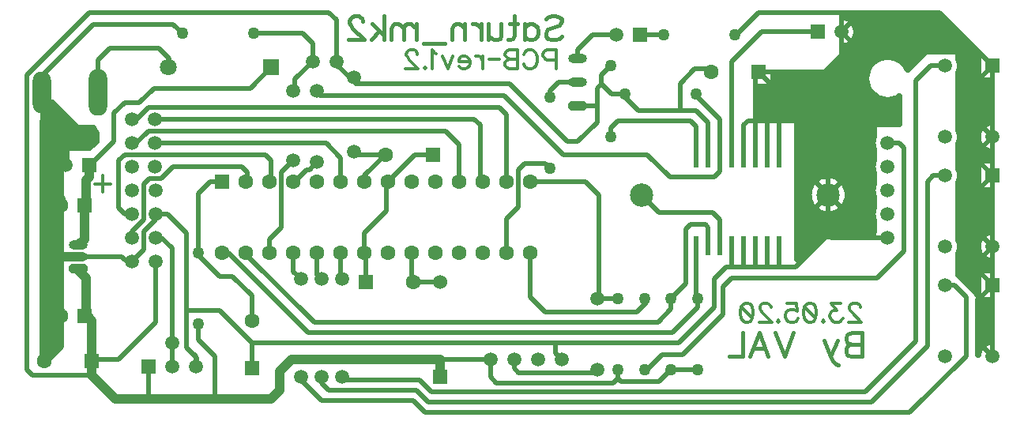
<source format=gbr>
G04 DipTrace 3.3.1.3*
G04 Bottom.gbr*
%MOIN*%
G04 #@! TF.FileFunction,Copper,L2,Bot*
G04 #@! TF.Part,Single*
%AMOUTLINE0*
4,1,8,
-0.029528,0.019685,
-0.03937,0.009843,
-0.03937,-0.009843,
-0.029528,-0.019685,
0.029528,-0.019685,
0.03937,-0.009843,
0.03937,0.009843,
0.029528,0.019685,
-0.029528,0.019685,
0*%
G04 #@! TA.AperFunction,Conductor*
%ADD13C,0.03937*%
G04 #@! TA.AperFunction,CopperBalancing*
%ADD14C,0.019685*%
%ADD15C,0.025*%
G04 #@! TA.AperFunction,ComponentPad*
%ADD16C,0.062992*%
%ADD17R,0.062992X0.062992*%
%ADD18R,0.070866X0.070866*%
%ADD19C,0.070866*%
%ADD20C,0.059055*%
%ADD21R,0.059055X0.059055*%
%ADD22O,0.07874X0.19685*%
%ADD23O,0.07874X0.177165*%
%ADD24O,0.177165X0.07874*%
%ADD25R,0.06X0.06*%
%ADD26C,0.06*%
%ADD27C,0.059055*%
%ADD28C,0.098425*%
%ADD29O,0.07874X0.03937*%
%ADD30C,0.05*%
%ADD31C,0.05*%
%ADD32R,0.023622X0.07874*%
%ADD76C,0.015439*%
%ADD77C,0.012351*%
G04 #@! TA.AperFunction,ComponentPad*
%ADD79OUTLINE0*%
%FSLAX26Y26*%
G04*
G70*
G90*
G75*
G01*
G04 Bottom*
%LPD*%
X693701Y1474951D2*
D13*
Y1424951D1*
X681201Y1412451D1*
Y1312451D1*
X674951Y1306201D1*
X649950Y1137451D2*
X674951Y1162453D1*
Y1306201D1*
X693701Y1474951D2*
D14*
X699951D1*
X799951Y1574951D1*
Y1693701D1*
X843701Y1737450D1*
X906201D1*
X968701Y1799951D1*
X1374950D1*
X1462450Y1887450D1*
X3456202Y1506201D2*
Y1643701D1*
X3474951Y1662450D1*
X3506201D1*
X3556201D1*
X3606202D1*
Y1506201D1*
X3556202D2*
X3556201Y1662450D1*
X3506202Y1506201D2*
X3506201Y1662450D1*
X3606202Y1136122D2*
Y1043701D1*
X3674950D1*
X3812352Y1181102D1*
Y1349951D1*
X3456202Y1136122D2*
Y1043701D1*
X3556202D1*
X3606202D1*
X3556202Y1136122D2*
Y1124951D1*
X4062470Y1168701D2*
X3824753D1*
X3812352Y1181102D1*
X3868701Y2037450D2*
Y1937450D1*
X3799951Y1868701D1*
X3506201D1*
Y1662450D1*
X3812352Y1349951D2*
Y1575050D1*
X3724951Y1662450D1*
X3606202D1*
X3406202Y1136122D2*
Y1043701D1*
X3506202D1*
Y1136122D1*
X974950Y1268701D2*
X1024951D1*
X1106201Y1187451D1*
Y706201D1*
X1149951Y662451D1*
Y624950D1*
X1143701D1*
X874950Y1068701D2*
X924951Y1118702D1*
Y1193701D1*
X974950Y1243699D1*
Y1268701D1*
X1143701Y624950D2*
Y668701D1*
X1106201Y706201D1*
Y862450D1*
X1243702D1*
X1381201Y724951D1*
Y618701D1*
X593701Y1474951D2*
D13*
X568699D1*
Y1331202D1*
X574950D1*
Y1306201D1*
X649950Y1087451D2*
X568699D1*
Y1306201D1*
X574950D1*
Y837451D2*
Y856202D1*
X568699Y862453D1*
Y1087451D1*
X506201Y649951D2*
X568701Y712451D1*
Y837451D1*
X574950D1*
X649950Y1087451D2*
D14*
X831201D1*
X843701Y1074951D1*
X881201D1*
X874950Y1068701D1*
X593701Y1474951D2*
X549950D1*
X499950Y1524950D1*
Y1856201D1*
X712451Y2068701D1*
X1049951D1*
X1087451Y2031201D1*
X3518701Y1868701D2*
X3799951D1*
X1381201Y724951D2*
X2662450D1*
Y681201D1*
X2687450Y656201D1*
X4506201Y668701D2*
Y968701D1*
Y1131201D1*
Y1431201D1*
Y1593701D1*
Y1893701D1*
X2662450Y724951D2*
X3181202D1*
X3331201Y874950D1*
Y993701D1*
X3381201Y1043701D1*
X3406202D1*
X3868701Y2037450D2*
Y2118701D1*
X4281201D1*
X4506201Y1893701D1*
X593701Y1474951D2*
Y1568898D1*
X613091Y1588287D1*
Y1663091D1*
X494980Y1781201D1*
X3418701Y2024950D2*
X3424951D1*
X3518701Y2118701D1*
X3868701D1*
X3556202Y1136122D2*
Y1043701D1*
X3456202Y1136122D2*
D3*
X3406202D2*
D3*
Y1043701D2*
X3456202D1*
X1156201Y806201D2*
Y737450D1*
X1224950Y668701D1*
Y481201D1*
X943701D1*
Y624950D1*
X649950Y1037451D2*
D13*
Y1031203D1*
X681201Y999953D1*
Y837451D1*
X674950D1*
X706201Y649951D2*
Y656201D1*
Y818701D1*
X687450Y837451D1*
X674950D1*
X2174951Y581201D2*
Y656201D1*
X1549950D1*
X1499950Y606201D1*
Y524950D1*
X1462451Y487451D1*
X926764D1*
X806201D1*
X706201Y587451D1*
Y649951D1*
X974950Y1068701D2*
D14*
Y812450D1*
X818701Y656201D1*
X706201D1*
X1856201Y1406201D2*
Y1431201D1*
X1943701Y1518701D1*
X2387450Y656201D2*
X2174951D1*
X1943701Y1518701D2*
X1824950D1*
X1812450Y1531201D1*
X1737450Y1912450D2*
Y1899950D1*
X1793701Y1843701D1*
X1812450D1*
X2387450Y656201D2*
Y581201D1*
X2412450Y556201D1*
X2906201D1*
X2924951Y574950D1*
X2937451Y562450D1*
X3099950D1*
X3149951Y612450D1*
X3262451Y612451D2*
X3149951D1*
Y612450D1*
X2924951D2*
Y574950D1*
X2956201Y1774951D2*
X2899950D1*
X2856201Y1818701D1*
Y1856201D1*
X2893701Y1893701D1*
X3306202Y1506201D2*
Y1656199D1*
X3256201Y1706201D1*
X3187450D1*
Y1818701D1*
X3249950Y1881201D1*
X3318701D1*
Y1868701D1*
X2956201Y1774951D2*
Y1762450D1*
X3012450Y1706201D1*
X3187450D1*
X2856201Y1818701D2*
X2837450Y1799950D1*
Y1724950D1*
Y1656201D1*
X2756201Y1574951D1*
X2712450D1*
X2468701Y1818701D1*
X1818701D1*
Y1849951D1*
X1812450Y1843701D1*
X706201Y649951D2*
Y587451D1*
X456201D1*
X431201Y612451D1*
Y1856201D1*
X693701Y2118701D1*
X1706201D1*
X1737450Y2087451D1*
Y1912450D1*
X943701Y624950D2*
Y504388D1*
X926764Y487451D1*
X2756201Y1724950D2*
X2837450D1*
X1387450Y2031201D2*
X1593701D1*
X1637451Y1987451D1*
Y1912450D1*
X1562450Y1837450D1*
Y1781201D1*
X1549951D1*
X1556201Y1787450D1*
X1456201Y1106201D2*
Y1162450D1*
X1506201Y1212450D1*
Y1443701D1*
X1556201Y1493701D1*
X1756201Y1106201D2*
Y999950D1*
X1762450Y993701D1*
X1762451Y581201D2*
Y568701D1*
X2087450D1*
X2137450Y518701D1*
X3968701D1*
X4181201Y731201D1*
Y1831201D1*
X4243701Y1893701D1*
X4306201D1*
X1656201Y1106201D2*
Y1012451D1*
X1674951Y993701D1*
X1674950Y581201D2*
Y556199D1*
X1706199Y524950D1*
X2074951D1*
X2124950Y474950D1*
X3993701D1*
X4231201Y712451D1*
Y1406201D1*
X4256201Y1431201D1*
X4306201D1*
X1556201Y1106201D2*
Y1024950D1*
X1587450Y993701D1*
Y581201D2*
Y568701D1*
X1674950Y481201D1*
X2062450D1*
X2112450Y431201D1*
X4156201D1*
X4393701Y668701D1*
Y918701D1*
X4343701Y968701D1*
X4306201D1*
X876525Y1668701D2*
X893701D1*
X943701Y1718701D1*
X2424950D1*
X2456201Y1687450D1*
Y1406201D1*
X973375Y1668701D2*
X2318701D1*
X2343701Y1643701D1*
Y1418701D1*
X2356201Y1406201D1*
X876525Y1568701D2*
Y1551525D1*
X943701Y1618701D1*
X2199951D1*
X2256201Y1562451D1*
Y1406201D1*
X973375Y1568701D2*
X1693701D1*
X1756201Y1506201D1*
Y1406201D1*
X1256201D2*
X1206201D1*
X1156201Y1356201D1*
Y1106201D1*
Y1093702D1*
X1243702Y1006201D1*
X1299951D1*
X1381201Y924951D1*
Y818701D1*
X974950Y1168701D2*
X999950D1*
X1043701Y1124950D1*
Y724951D1*
Y624950D1*
Y724951D2*
D3*
X874950Y1168701D2*
Y1193701D1*
X924950Y1243701D1*
Y1393699D1*
X949951Y1418701D1*
X999951D1*
X1049951Y1468701D1*
X1337451D1*
X1362450Y1443702D1*
Y1412450D1*
X1356201Y1406201D1*
X874950Y1268701D2*
X843701D1*
X818701Y1293701D1*
Y1493701D1*
X843701Y1518701D1*
X1437450D1*
X1462450Y1493701D1*
Y1412450D1*
X1456201Y1406201D1*
X3037450Y912450D2*
X3043701D1*
Y893701D1*
X3006201Y856201D1*
X2618701D1*
X2556201Y918701D1*
Y1106201D1*
X3356202Y1136122D2*
Y1243699D1*
X3324950Y1274951D1*
X3099950D1*
X3024950Y1349951D1*
X1556201Y1406201D2*
X1562450D1*
X1612450Y1456201D1*
X1624950D1*
X1656201Y1487451D1*
X3356202Y1506201D2*
Y1668699D1*
X3256201Y1768701D1*
Y1774951D1*
X3356201Y1668701D2*
Y1449950D1*
X3331201Y1424950D1*
X3143701D1*
X3049950Y1518701D1*
X2693701D1*
X2443701Y1768701D1*
X1668701D1*
Y1799950D1*
X1656201Y1787450D1*
X1256201Y1106201D2*
X1281201D1*
X1618701Y768701D1*
X3156201D1*
X3262451Y874950D1*
Y912450D1*
X3256202D1*
Y1136122D1*
X3306202D2*
Y1212450D1*
X3293701Y1224951D1*
X3231202D1*
X3212450Y1206199D1*
Y974949D1*
X3149951Y912450D1*
X1356201Y1106201D2*
Y1099950D1*
X1643701Y812450D1*
X3093702D1*
X3149951Y868699D1*
Y912450D1*
X3768701Y2037450D2*
X3531201D1*
X3406202Y1912451D1*
Y1506201D1*
X3256202D2*
Y1637449D1*
X3231201Y1662450D1*
X2924950D1*
X2893701Y1631201D1*
Y1593701D1*
X2837451Y912450D2*
X2924950D1*
X2924951D1*
X2487450Y656201D2*
Y618702D1*
X2506201Y599951D1*
X2818699D1*
X2831198Y612450D1*
X2837451D1*
X2556201Y1406201D2*
X2787451D1*
X2843701Y1349951D1*
Y912450D1*
X2924951D1*
X2174951Y981201D2*
X2062450D1*
X2056201Y1106201D2*
Y987451D1*
X2062450Y981201D1*
X1956201Y1406201D2*
X2068701Y1518701D1*
X2143701D1*
X1856201Y1106201D2*
Y1187450D1*
X1949951Y1281201D1*
Y1399951D1*
X1956201Y1406201D1*
X1862451Y981201D2*
Y1099951D1*
X1856201Y1106201D1*
X2456201D2*
Y1249950D1*
X2506201Y1299950D1*
Y1456201D1*
X2531201Y1481201D1*
X2618701D1*
X2637450Y1462451D1*
Y1762451D2*
Y1787450D1*
X2674950Y1824950D1*
X2756201D1*
Y1924950D2*
Y1962451D1*
X2818701Y2024950D1*
X2918701D1*
X3037450Y612451D2*
X3049951D1*
X3112451Y674951D1*
X3199951D1*
X3368701Y843701D1*
Y962450D1*
X3406202Y999951D1*
X4018701D1*
X4131201Y1112451D1*
Y1549950D1*
X4112450Y1568701D1*
X4062470D1*
X731201Y1781201D2*
Y1918701D1*
X781201Y1968701D1*
X987450D1*
X1031201Y1924951D1*
Y1891240D1*
X1027412Y1887450D1*
X3018701Y2024950D2*
X3118701D1*
D27*
X1812450Y1531201D3*
Y1843701D3*
X1556201Y1787450D3*
Y1493701D3*
X1656201Y1787450D3*
Y1487451D3*
X1587450Y581201D3*
X1674950D3*
X1762450Y993701D3*
X1587450D3*
X1674951D3*
X1762451Y581201D3*
X2837451Y912450D3*
Y612450D3*
X503904Y1731463D2*
D15*
X532169D1*
X504478Y1706594D2*
X558293D1*
X505052Y1681726D2*
X584416D1*
X505626Y1656857D2*
X603686D1*
X506201Y1631988D2*
X603686D1*
X506811Y1607119D2*
X590911D1*
X507385Y1582251D2*
X584954D1*
X507959Y1557382D2*
X584954D1*
X508533Y1532513D2*
X584954D1*
X531176Y1507644D2*
X584954D1*
X556043Y1482776D2*
X581331D1*
X500647Y1763892D2*
X506080Y1530278D1*
X568689Y1467639D1*
X587470Y1486398D1*
X587587Y1595541D1*
X588358Y1598377D1*
X593958Y1608009D1*
X606214Y1628436D1*
X606201Y1663365D1*
X500656Y1763862D1*
X502469Y1637713D2*
X511415D1*
X502469Y1612844D2*
X528007D1*
X502469Y1587975D2*
X544585D1*
X502469Y1563106D2*
X559728D1*
X502469Y1538238D2*
X558759D1*
X502469Y1513370D2*
X557825D1*
X502469Y1488501D2*
X556857D1*
X502469Y1463631D2*
X555888D1*
X502469Y1438764D2*
X554955D1*
X502469Y1413895D2*
X553987D1*
X502469Y1389026D2*
X555636D1*
X502469Y1364157D2*
X558543D1*
X502469Y1339289D2*
X561486D1*
X502469Y1314420D2*
X564429D1*
X502469Y1289551D2*
X565971D1*
X502469Y1264682D2*
X565433D1*
X502469Y1239812D2*
X564930D1*
X502469Y1214944D2*
X564392D1*
X502469Y1190075D2*
X563854D1*
X502469Y1165206D2*
X563316D1*
X502469Y1140337D2*
X562814D1*
X502469Y1115469D2*
X562276D1*
X502469Y1090600D2*
X561738D1*
X502469Y1065731D2*
X561199D1*
X502469Y1040862D2*
X560697D1*
X502469Y1015993D2*
X560159D1*
X502469Y991125D2*
X559621D1*
X502469Y966256D2*
X559081D1*
X502469Y941387D2*
X558580D1*
X502469Y916518D2*
X558041D1*
X502469Y891650D2*
X557503D1*
X502469Y866781D2*
X556965D1*
X502469Y841912D2*
X556462D1*
X502469Y817043D2*
X555924D1*
X502469Y792175D2*
X555386D1*
X502469Y767306D2*
X554848D1*
X502469Y742437D2*
X554345D1*
X502469Y717568D2*
X553807D1*
X502469Y692699D2*
X531594D1*
X499951Y1658648D2*
Y662432D1*
X506885Y662451D1*
X556283Y717339D1*
X568685Y1299349D1*
X556210Y1406681D1*
X562304Y1565126D1*
X499958Y1658655D1*
X3916017Y2081332D2*
X4297560D1*
X3930945Y2056463D2*
X4321675D1*
X3933635Y2031594D2*
X4345825D1*
X3925885Y2006726D2*
X4369975D1*
X3900227Y1981857D2*
X4394089D1*
X3889462Y1956988D2*
X4418240D1*
X3883542Y1932119D2*
X4052938D1*
X4074912D2*
X4199454D1*
X4364963D2*
X4440990D1*
X3858673Y1907251D2*
X3998358D1*
X4129492D2*
X4174585D1*
X4369916D2*
X4440990D1*
X3833806Y1882382D2*
X3979878D1*
X4370382D2*
X4440990D1*
X3808938Y1857513D2*
X3971517D1*
X4364963D2*
X4440990D1*
X3585882Y1832644D2*
X3970441D1*
X4364963D2*
X4440990D1*
X3585882Y1807776D2*
X3976362D1*
X4364963D2*
X4491192D1*
X3523694Y1782907D2*
X3991003D1*
X4364963D2*
X4491192D1*
X3524484Y1758038D2*
X4023442D1*
X4364963D2*
X4491192D1*
X3525238Y1733169D2*
X4109958D1*
X4364963D2*
X4491192D1*
X3526028Y1708301D2*
X4109958D1*
X4364963D2*
X4491192D1*
X3526816Y1683432D2*
X4109958D1*
X4364963D2*
X4491192D1*
X3683702Y1658563D2*
X4109958D1*
X4364963D2*
X4491192D1*
X3683702Y1633694D2*
X4003706D1*
X4364963D2*
X4455379D1*
X3683702Y1608825D2*
X4003706D1*
X4369556D2*
X4442856D1*
X3683702Y1583957D2*
X3999148D1*
X4370669D2*
X4441744D1*
X3683702Y1559088D2*
X3998000D1*
X4364963D2*
X4451396D1*
X3683702Y1534219D2*
X4003706D1*
X4364963D2*
X4483836D1*
X3683702Y1509350D2*
X4003706D1*
X4364963D2*
X4491192D1*
X3683702Y1484482D2*
X3999291D1*
X4364963D2*
X4440990D1*
X3683702Y1459613D2*
X3997928D1*
X4364963D2*
X4440990D1*
X3683702Y1434744D2*
X4003706D1*
X4371315D2*
X4440990D1*
X3683702Y1409875D2*
X3753306D1*
X3871412D2*
X4003706D1*
X4367690D2*
X4440990D1*
X3683702Y1385007D2*
X3735291D1*
X3889427D2*
X3999399D1*
X4364963D2*
X4440990D1*
X3683702Y1360138D2*
X3728079D1*
X3896604D2*
X3997856D1*
X4364963D2*
X4491192D1*
X3683702Y1335269D2*
X3728761D1*
X3895921D2*
X4003706D1*
X4364963D2*
X4491192D1*
X3683702Y1310400D2*
X3737552D1*
X3887130D2*
X4003706D1*
X4364963D2*
X4491192D1*
X3683702Y1285531D2*
X3758472D1*
X3866209D2*
X3999543D1*
X4364963D2*
X4491192D1*
X3683702Y1260663D2*
X3997785D1*
X4364963D2*
X4491192D1*
X3683702Y1235794D2*
X4003706D1*
X4364963D2*
X4491192D1*
X3683702Y1210925D2*
X4003706D1*
X4364963D2*
X4491192D1*
X3683702Y1186056D2*
X3999722D1*
X4364963D2*
X4473322D1*
X3683702Y1161188D2*
X3771104D1*
X4364963D2*
X4448634D1*
X3683702Y1136319D2*
X3743474D1*
X4371207D2*
X4441206D1*
X3683702Y1111450D2*
X3715843D1*
X4368230D2*
X4444184D1*
X4364963Y1086581D2*
X4459650D1*
X4364963Y1061713D2*
X4491192D1*
X4364963Y1036844D2*
X4491192D1*
X4364963Y1011975D2*
X4440990D1*
X4389222Y987106D2*
X4440990D1*
X4414089Y962238D2*
X4440990D1*
X4446206Y887631D2*
X4491192D1*
X4446206Y862762D2*
X4491192D1*
X4446206Y837894D2*
X4491192D1*
X4446206Y813025D2*
X4491192D1*
X4446206Y788156D2*
X4491192D1*
X4446206Y763287D2*
X4491192D1*
X4446206Y738419D2*
X4491192D1*
X4446206Y713550D2*
X4459865D1*
X3583382Y1851602D2*
Y1804020D1*
X3520549D1*
X3524551Y1675438D1*
X3670161Y1681115D1*
X3673018Y1680432D1*
X3675638Y1679100D1*
X3677874Y1677193D1*
X3679602Y1674816D1*
X3680730Y1672102D1*
X3681190Y1669197D1*
X3681201Y1078012D1*
X3786895Y1172936D1*
X3789530Y1174235D1*
X3792400Y1174883D1*
X4000936Y1180713D1*
X4002827Y1188080D1*
X4006198Y1196316D1*
X4006201Y1241008D1*
X4002827Y1249322D1*
X4000529Y1258890D1*
X3999757Y1268701D1*
X4000529Y1278512D1*
X4002827Y1288080D1*
X4006198Y1296316D1*
X4006201Y1340980D1*
X4002827Y1349322D1*
X4000529Y1358890D1*
X3999757Y1368701D1*
X4000529Y1378512D1*
X4002827Y1388080D1*
X4006198Y1396316D1*
X4006201Y1441026D1*
X4002827Y1449322D1*
X4000529Y1458890D1*
X3999757Y1468701D1*
X4000529Y1478512D1*
X4002827Y1488080D1*
X4006198Y1496316D1*
X4006201Y1540999D1*
X4002827Y1549322D1*
X4000529Y1558890D1*
X3999757Y1568701D1*
X4000529Y1578512D1*
X4002827Y1588080D1*
X4006198Y1596316D1*
X4006354Y1639407D1*
X4007152Y1642235D1*
X4008588Y1644798D1*
X4010583Y1646955D1*
X4013026Y1648588D1*
X4015782Y1649605D1*
X4018705Y1649950D1*
X4112466Y1649951D1*
X4112450Y1763727D1*
X4105408Y1759730D1*
X4098892Y1756726D1*
X4092161Y1754243D1*
X4085257Y1752295D1*
X4078220Y1750895D1*
X4071096Y1750052D1*
X4063927Y1749770D1*
X4056757Y1750052D1*
X4049633Y1750895D1*
X4042596Y1752295D1*
X4035692Y1754243D1*
X4028961Y1756726D1*
X4022445Y1759730D1*
X4016185Y1763235D1*
X4010219Y1767220D1*
X4004585Y1771663D1*
X3999318Y1776533D1*
X3994448Y1781801D1*
X3990005Y1787434D1*
X3986020Y1793400D1*
X3982514Y1799660D1*
X3979510Y1806176D1*
X3977028Y1812907D1*
X3975080Y1819811D1*
X3973680Y1826848D1*
X3972837Y1833972D1*
X3972555Y1841142D1*
X3972837Y1848311D1*
X3973680Y1855436D1*
X3975080Y1862472D1*
X3977028Y1869377D1*
X3979510Y1876108D1*
X3982514Y1882623D1*
X3986020Y1888883D1*
X3990005Y1894849D1*
X3994448Y1900483D1*
X3999318Y1905751D1*
X4004585Y1910621D1*
X4010219Y1915063D1*
X4016185Y1919049D1*
X4022445Y1922554D1*
X4028961Y1925558D1*
X4035692Y1928041D1*
X4042596Y1929988D1*
X4049633Y1931388D1*
X4056757Y1932231D1*
X4063927Y1932513D1*
X4071096Y1932231D1*
X4078220Y1931388D1*
X4085257Y1929988D1*
X4092161Y1928041D1*
X4098892Y1925558D1*
X4105408Y1922554D1*
X4111668Y1919049D1*
X4117634Y1915063D1*
X4123268Y1910621D1*
X4128535Y1905751D1*
X4133406Y1900483D1*
X4137848Y1894849D1*
X4141833Y1888883D1*
X4145339Y1882623D1*
X4147580Y1877762D1*
X4223853Y1953814D1*
X4226417Y1955249D1*
X4229245Y1956047D1*
X4240387Y1956201D1*
X4306201Y1956413D1*
X4323064Y1956201D1*
X4351907Y1956047D1*
X4354735Y1955249D1*
X4357298Y1953814D1*
X4359455Y1951819D1*
X4361088Y1949375D1*
X4362105Y1946619D1*
X4362450Y1943697D1*
X4362451Y1921417D1*
X4365844Y1913080D1*
X4368142Y1903512D1*
X4368913Y1893701D1*
X4368142Y1883890D1*
X4365844Y1874322D1*
X4362457Y1866051D1*
X4362451Y1621425D1*
X4365844Y1613080D1*
X4368142Y1603512D1*
X4368913Y1593701D1*
X4368142Y1583890D1*
X4365844Y1574322D1*
X4362457Y1566051D1*
X4362451Y1458941D1*
X4365844Y1450580D1*
X4368142Y1441012D1*
X4368913Y1431201D1*
X4368142Y1421390D1*
X4365844Y1411822D1*
X4362457Y1403551D1*
X4362451Y1158950D1*
X4365844Y1150580D1*
X4368142Y1141012D1*
X4368913Y1131201D1*
X4368142Y1121390D1*
X4365844Y1111822D1*
X4362457Y1103551D1*
X4362451Y1011394D1*
X4441314Y932298D1*
X4442749Y929735D1*
X4443488Y928035D1*
Y1031413D1*
X4493705D1*
X4493701Y1069772D1*
X4487417Y1071367D1*
X4480550Y1073974D1*
X4474035Y1077365D1*
X4467962Y1081495D1*
X4462412Y1086307D1*
X4457463Y1091735D1*
X4453184Y1097703D1*
X4449631Y1104133D1*
X4446854Y1110932D1*
X4444891Y1118009D1*
X4443769Y1125268D1*
X4443504Y1132609D1*
X4444098Y1139929D1*
X4445545Y1147130D1*
X4447823Y1154113D1*
X4450903Y1160781D1*
X4454740Y1167043D1*
X4459283Y1172815D1*
X4464471Y1178014D1*
X4470231Y1182572D1*
X4476484Y1186425D1*
X4483144Y1189521D1*
X4490121Y1191818D1*
X4493706Y1192656D1*
X4493585Y1368488D1*
X4443488D1*
Y1493913D1*
X4493705D1*
X4493701Y1532248D1*
X4485672Y1534444D1*
X4478885Y1537249D1*
X4472472Y1540831D1*
X4466522Y1545136D1*
X4461115Y1550109D1*
X4456328Y1555680D1*
X4452226Y1561772D1*
X4448862Y1568301D1*
X4446286Y1575178D1*
X4444531Y1582311D1*
X4443622Y1589600D1*
X4443572Y1596945D1*
X4444381Y1604244D1*
X4446038Y1611400D1*
X4448520Y1618312D1*
X4451793Y1624888D1*
X4455812Y1631035D1*
X4460524Y1636671D1*
X4465861Y1641717D1*
X4471751Y1646104D1*
X4478114Y1649773D1*
X4484862Y1652672D1*
X4491904Y1654762D1*
X4493706Y1655156D1*
X4493585Y1830988D1*
X4443488D1*
Y1933552D1*
X4275967Y2106146D1*
X3881651Y2100146D1*
X3883341Y2098430D1*
X3892699Y2095388D1*
X3901469Y2090921D1*
X3909429Y2085138D1*
X3916388Y2078178D1*
X3922172Y2070218D1*
X3926639Y2061449D1*
X3929681Y2052091D1*
X3931220Y2042370D1*
Y2032530D1*
X3929681Y2022810D1*
X3926639Y2013451D1*
X3922172Y2004682D1*
X3916388Y1996722D1*
X3909429Y1989762D1*
X3901469Y1983979D1*
X3892699Y1979512D1*
X3886210Y1977280D1*
X3887361Y1942203D1*
X3886668Y1939348D1*
X3885328Y1936732D1*
X3877294Y1928366D1*
X3807298Y1858588D1*
X3804735Y1857152D1*
X3801907Y1856354D1*
X3754295Y1855227D1*
X3583417Y1851591D1*
X3894728Y1348114D2*
X3894013Y1338961D1*
X3892283Y1329944D1*
X3889560Y1321175D1*
X3885881Y1312764D1*
X3881286Y1304814D1*
X3875836Y1297424D1*
X3869598Y1290688D1*
X3862650Y1284686D1*
X3855076Y1279496D1*
X3846971Y1275180D1*
X3838438Y1271793D1*
X3829580Y1269375D1*
X3820508Y1267958D1*
X3811336Y1267560D1*
X3802175Y1268185D1*
X3793142Y1269824D1*
X3784345Y1272459D1*
X3775898Y1276056D1*
X3767903Y1280571D1*
X3760459Y1285946D1*
X3753661Y1292117D1*
X3747591Y1299007D1*
X3742325Y1306528D1*
X3737929Y1314588D1*
X3734457Y1323088D1*
X3731951Y1331921D1*
X3730444Y1340978D1*
X3729954Y1350147D1*
X3730488Y1359312D1*
X3732037Y1368362D1*
X3734584Y1377184D1*
X3738097Y1385667D1*
X3742531Y1393707D1*
X3747833Y1401203D1*
X3753936Y1408063D1*
X3760764Y1414201D1*
X3768232Y1419542D1*
X3776249Y1424018D1*
X3784714Y1427576D1*
X3793521Y1430168D1*
X3802563Y1431765D1*
X3811726Y1432346D1*
X3820898Y1431904D1*
X3829962Y1430445D1*
X3838808Y1427987D1*
X3847325Y1424558D1*
X3855409Y1420203D1*
X3862958Y1414978D1*
X3869878Y1408944D1*
X3876084Y1402177D1*
X3881499Y1394762D1*
X3886055Y1386790D1*
X3889697Y1378362D1*
X3892377Y1369580D1*
X3894064Y1360555D1*
X3894736Y1351398D1*
X3894728Y1348114D1*
X4493707Y905988D2*
X4443701D1*
X4443870Y675606D1*
X4445105Y682846D1*
X4447177Y689892D1*
X4450060Y696648D1*
X4453713Y703021D1*
X4458085Y708923D1*
X4463118Y714272D1*
X4468741Y718996D1*
X4474879Y723031D1*
X4481446Y726320D1*
X4488353Y728820D1*
X4493706Y730156D1*
X4493701Y905997D1*
X3518701Y1868701D2*
D14*
X3583357Y1804045D1*
X3868701Y2037450D2*
X3913020Y1993131D1*
Y2081769D2*
X3868701Y2037450D1*
X3754113Y1408190D2*
X3870591Y1291713D1*
Y1408190D2*
X3754113Y1291713D1*
X4506201Y1893701D2*
X4443513Y1831013D1*
X4461882Y1638020D2*
X4506201Y1593701D1*
X4461882Y1549382D1*
X4443513Y1493888D2*
X4506201Y1431201D1*
X4443513Y1368513D1*
X4461882Y1175520D2*
X4506201Y1131201D1*
X4461882Y1086882D1*
X4443513Y1031388D2*
X4506201Y968701D1*
X4443513Y906013D1*
X4461882Y713020D2*
X4506201Y668701D1*
X539531Y1725083D2*
D15*
X548383D1*
X537594Y1700214D2*
X573251D1*
X535693Y1675345D2*
X598118D1*
X533827Y1650475D2*
X622987D1*
X538420Y1625608D2*
X712482D1*
X543013Y1600738D2*
X722458D1*
X547642Y1575870D2*
X722458D1*
X552235Y1551001D2*
X694181D1*
X556828Y1526133D2*
X597437D1*
X561457Y1501264D2*
X597437D1*
X641087Y1634887D2*
X538881Y1737093D1*
X537357Y1729492D1*
X531291Y1650643D1*
X560702Y1491789D1*
X599941Y1483950D1*
X600105Y1539407D1*
X600902Y1542235D1*
X602339Y1544798D1*
X604332Y1546955D1*
X606776Y1548588D1*
X609533Y1549605D1*
X612454Y1549950D1*
X695411Y1549951D1*
X724946Y1574551D1*
X724950Y1608976D1*
X711606Y1631228D1*
X647995Y1631354D1*
X645167Y1632152D1*
X642604Y1633588D1*
X641109Y1634865D1*
D16*
X1381201Y818701D3*
D17*
Y618701D3*
X674950Y1306201D3*
D16*
X574950D3*
D17*
X674950Y837451D3*
D16*
X574950D3*
X506201Y649951D3*
D17*
X706201D3*
D16*
X3318701Y1868701D3*
D17*
X3518701D3*
D16*
X1943701Y1518701D3*
D17*
X2143701D3*
D16*
X2062450Y981201D3*
D17*
X1862450D3*
D18*
X1462451Y1887450D3*
D19*
X1027412D3*
D20*
X874950Y1068701D3*
X974950D3*
Y1168701D3*
X874950D3*
Y1268701D3*
X974950D3*
X874950Y1368701D3*
X974950D3*
X973375Y1468701D3*
X876525D3*
Y1568701D3*
X973375D3*
X876525Y1668701D3*
X973375D3*
X4062470Y1368701D3*
Y1468701D3*
Y1268701D3*
Y1168701D3*
Y1568701D3*
D21*
X693701Y1474951D3*
D20*
X593701D3*
D21*
X3768701Y2037450D3*
D20*
X3868701D3*
D21*
X3018701Y2024950D3*
D20*
X2918701D3*
D22*
X731201Y1781201D3*
D23*
X494980D3*
D24*
X613091Y1588287D3*
D25*
X2174951Y581201D3*
D26*
Y981201D3*
D27*
X1043701Y724951D3*
D20*
X1737451Y1912450D3*
X1637451D3*
D28*
X3024950Y1349951D3*
X3812352D3*
D79*
X2756201Y1724950D3*
D29*
Y1824950D3*
Y1924950D3*
D30*
X1156201Y806201D3*
D31*
Y1106201D3*
D30*
X1087450Y2031201D3*
D31*
X1387450D3*
D21*
X943701Y624950D3*
D20*
X1043701D3*
X1143701D3*
D30*
X2893701Y1593701D3*
D31*
Y1893701D3*
D30*
X3256201Y1774951D3*
D31*
X2956201D3*
D30*
X3262451Y912451D3*
D31*
Y612451D3*
D30*
X3149951Y612450D3*
D31*
Y912450D3*
D30*
X2924951Y612450D3*
D31*
Y912450D3*
D30*
X2637450Y1762451D3*
D31*
Y1462451D3*
D30*
X3037450Y912451D3*
D31*
Y612451D3*
D30*
X3118701Y2024950D3*
D31*
X3418701D3*
D21*
X4506201Y1893701D3*
D20*
X4306201D3*
Y1593701D3*
X4506201D3*
D21*
Y1431201D3*
D20*
X4306201D3*
Y1131201D3*
X4506201D3*
D21*
Y968701D3*
D20*
X4306201D3*
Y668701D3*
X4506201D3*
D17*
X1256201Y1406201D3*
D16*
X1356201D3*
X1456201D3*
X1556201D3*
X1656201D3*
X1756201D3*
X1856201D3*
X1956201D3*
X2056201D3*
X2156201D3*
X2256201D3*
X2356201D3*
X2456201D3*
X2556201D3*
Y1106201D3*
X2456201D3*
X2356201D3*
X2256201D3*
X2156201D3*
X2056201D3*
X1956201D3*
X1856201D3*
X1756201D3*
X1656201D3*
X1556201D3*
X1456201D3*
X1356201D3*
X1256201D3*
D79*
X649950Y1037451D3*
D29*
Y1087451D3*
Y1137451D3*
D32*
X3256202Y1506201D3*
X3306202D3*
X3356202D3*
X3406202D3*
X3456202D3*
X3506202D3*
X3556202D3*
X3606202D3*
Y1136122D3*
X3556202D3*
X3506202D3*
X3456202D3*
X3406202D3*
X3356202D3*
X3306202D3*
X3256202D3*
D20*
X2487450Y656201D3*
X2587450D3*
X2687450D3*
X2387450D3*
X2620374Y2090632D2*
D76*
X2629880Y2100249D1*
X2644250Y2105003D1*
X2663373D1*
X2677743Y2100249D1*
X2687360Y2090632D1*
Y2081126D1*
X2682497Y2071509D1*
X2677743Y2066756D1*
X2668237Y2062003D1*
X2639497Y2052386D1*
X2629880Y2047633D1*
X2625127Y2042769D1*
X2620374Y2033263D1*
Y2018893D1*
X2629880Y2009386D1*
X2644250Y2004523D1*
X2663373D1*
X2677743Y2009386D1*
X2687360Y2018893D1*
X2532125Y2071509D2*
Y2004523D1*
Y2057139D2*
X2541632Y2066756D1*
X2551249Y2071509D1*
X2565508D1*
X2575125Y2066756D1*
X2584631Y2057139D1*
X2589495Y2042769D1*
Y2033263D1*
X2584631Y2018893D1*
X2575125Y2009386D1*
X2565508Y2004523D1*
X2551249D1*
X2541632Y2009386D1*
X2532125Y2018893D1*
X2486877Y2105003D2*
Y2023646D1*
X2482124Y2009386D1*
X2472507Y2004523D1*
X2463000D1*
X2501247Y2071509D2*
X2467754D1*
X2432122D2*
Y2023646D1*
X2427369Y2009386D1*
X2417752Y2004523D1*
X2403382D1*
X2393875Y2009386D1*
X2379505Y2023646D1*
Y2071509D2*
Y2004523D1*
X2348627Y2071509D2*
Y2004523D1*
Y2042769D2*
X2343763Y2057139D1*
X2334257Y2066756D1*
X2324640Y2071509D1*
X2310270D1*
X2279391D2*
Y2004523D1*
Y2052386D2*
X2265021Y2066756D1*
X2255404Y2071509D1*
X2241145D1*
X2231528Y2066756D1*
X2226775Y2052386D1*
Y2004523D1*
X2195896Y1987942D2*
X2105033D1*
X2074155Y2071509D2*
Y2004523D1*
Y2052386D2*
X2059785Y2066756D1*
X2050168Y2071509D1*
X2035908D1*
X2026291Y2066756D1*
X2021538Y2052386D1*
Y2004523D1*
Y2052386D2*
X2007168Y2066756D1*
X1997551Y2071509D1*
X1983291D1*
X1973675Y2066756D1*
X1968811Y2052386D1*
Y2004523D1*
X1937932Y2105003D2*
Y2004523D1*
X1890069Y2071509D2*
X1937932Y2023646D1*
X1918809Y2042769D2*
X1885316Y2004523D1*
X1849574Y2081016D2*
Y2085769D1*
X1844820Y2095386D1*
X1840067Y2100139D1*
X1830450Y2104892D1*
X1811327D1*
X1801821Y2100139D1*
X1797067Y2095386D1*
X1792204Y2085769D1*
Y2076262D1*
X1797067Y2066646D1*
X1806574Y2052386D1*
X1854437Y2004523D1*
X1787451D1*
X2663718Y1919693D2*
D77*
X2629230D1*
X2617823Y1923495D1*
X2613932Y1927386D1*
X2610129Y1934991D1*
Y1946487D1*
X2613932Y1954093D1*
X2617823Y1957983D1*
X2629230Y1961786D1*
X2663718D1*
Y1881402D1*
X2528034Y1942685D2*
X2531837Y1950290D1*
X2539530Y1957983D1*
X2547136Y1961786D1*
X2562434D1*
X2570128Y1957983D1*
X2577733Y1950290D1*
X2581624Y1942685D1*
X2585426Y1931189D1*
Y1911999D1*
X2581624Y1900592D1*
X2577733Y1892898D1*
X2570128Y1885293D1*
X2562434Y1881402D1*
X2547136D1*
X2539530Y1885293D1*
X2531837Y1892898D1*
X2528034Y1900592D1*
X2503332Y1961786D2*
Y1881402D1*
X2468843D1*
X2457347Y1885293D1*
X2453545Y1889096D1*
X2449742Y1896701D1*
Y1908197D1*
X2453545Y1915890D1*
X2457347Y1919693D1*
X2468843Y1923495D1*
X2457347Y1927386D1*
X2453545Y1931189D1*
X2449742Y1938794D1*
Y1946487D1*
X2453545Y1954093D1*
X2457347Y1957983D1*
X2468843Y1961786D1*
X2503332D1*
Y1923495D2*
X2468843D1*
X2425039Y1921550D2*
X2380824D1*
X2356121Y1934991D2*
Y1881402D1*
Y1911999D2*
X2352230Y1923495D1*
X2344625Y1931189D1*
X2336931Y1934991D1*
X2325435D1*
X2300733Y1911999D2*
X2254837D1*
Y1919693D1*
X2258639Y1927386D1*
X2262442Y1931189D1*
X2270135Y1934991D1*
X2281631D1*
X2289237Y1931189D1*
X2296930Y1923495D1*
X2300733Y1911999D1*
Y1904394D1*
X2296930Y1892898D1*
X2289237Y1885293D1*
X2281631Y1881402D1*
X2270135D1*
X2262442Y1885293D1*
X2254837Y1892898D1*
X2230134Y1934991D2*
X2207142Y1881402D1*
X2184238Y1934991D1*
X2159535Y1946399D2*
X2151842Y1950290D1*
X2140346Y1961698D1*
Y1881402D1*
X2111840Y1889096D2*
X2115643Y1885205D1*
X2111840Y1881402D1*
X2107949Y1885205D1*
X2111840Y1889096D1*
X2079356Y1942596D2*
Y1946399D1*
X2075553Y1954093D1*
X2071751Y1957895D1*
X2064057Y1961698D1*
X2048758D1*
X2041153Y1957895D1*
X2037351Y1954093D1*
X2033460Y1946399D1*
Y1938794D1*
X2037351Y1931100D1*
X2044956Y1919693D1*
X2083247Y1881402D1*
X2029657D1*
X3954104Y767503D2*
D76*
Y667023D1*
X3910993D1*
X3896623Y671886D1*
X3891870Y676639D1*
X3887117Y686146D1*
Y700516D1*
X3891870Y710133D1*
X3896623Y714886D1*
X3910993Y719639D1*
X3896623Y724503D1*
X3891870Y729256D1*
X3887117Y738762D1*
Y748379D1*
X3891870Y757886D1*
X3896623Y762749D1*
X3910993Y767503D1*
X3954104D1*
Y719639D2*
X3910993D1*
X3851375Y734009D2*
X3822745Y667023D1*
X3832252Y647899D1*
X3841868Y638282D1*
X3851375Y633529D1*
X3856239D1*
X3794005Y734009D2*
X3822745Y667023D1*
X3665925Y767503D2*
X3627678Y667023D1*
X3589432Y767503D1*
X3481950Y667023D2*
X3520307Y767503D1*
X3558553Y667023D1*
X3544183Y700516D2*
X3496320D1*
X3451071Y767503D2*
Y667023D1*
X3393701D1*
X3948109Y873847D2*
D77*
Y877650D1*
X3944306Y885343D1*
X3940504Y889146D1*
X3932810Y892948D1*
X3917512D1*
X3909907Y889146D1*
X3906104Y885343D1*
X3902213Y877650D1*
Y870045D1*
X3906104Y862351D1*
X3913709Y850943D1*
X3952000Y812653D1*
X3898411D1*
X3866014Y892948D2*
X3824009D1*
X3846913Y862351D1*
X3835417D1*
X3827812Y858549D1*
X3824009Y854746D1*
X3820118Y843250D1*
Y835645D1*
X3824009Y824149D1*
X3831615Y816455D1*
X3843111Y812653D1*
X3854607D1*
X3866014Y816455D1*
X3869817Y820346D1*
X3873708Y827951D1*
X3791613Y820346D2*
X3795416Y816455D1*
X3791613Y812653D1*
X3787722Y816455D1*
X3791613Y820346D1*
X3740027Y892948D2*
X3751523Y889146D1*
X3759217Y877650D1*
X3763019Y858549D1*
Y847052D1*
X3759217Y827951D1*
X3751523Y816455D1*
X3740027Y812653D1*
X3732422D1*
X3720926Y816455D1*
X3713321Y827951D1*
X3709430Y847052D1*
Y858549D1*
X3713321Y877650D1*
X3720926Y889146D1*
X3732422Y892948D1*
X3740027D1*
X3713321Y877650D2*
X3759217Y827951D1*
X3638831Y892948D2*
X3677034D1*
X3680836Y858549D1*
X3677034Y862351D1*
X3665538Y866242D1*
X3654130D1*
X3642634Y862351D1*
X3634940Y854746D1*
X3631138Y843250D1*
Y835645D1*
X3634940Y824149D1*
X3642634Y816455D1*
X3654130Y812653D1*
X3665538D1*
X3677034Y816455D1*
X3680836Y820346D1*
X3684727Y827951D1*
X3602633Y820346D2*
X3606435Y816455D1*
X3602633Y812653D1*
X3598742Y816455D1*
X3602633Y820346D1*
X3570148Y873847D2*
Y877650D1*
X3566345Y885343D1*
X3562543Y889146D1*
X3554849Y892948D1*
X3539551D1*
X3531946Y889146D1*
X3528143Y885343D1*
X3524252Y877650D1*
Y870045D1*
X3528143Y862351D1*
X3535748Y850943D1*
X3574039Y812653D1*
X3520449D1*
X3472755Y892948D2*
X3484251Y889146D1*
X3491944Y877650D1*
X3495747Y858549D1*
Y847052D1*
X3491944Y827951D1*
X3484251Y816455D1*
X3472755Y812653D1*
X3465149D1*
X3453653Y816455D1*
X3446048Y827951D1*
X3442157Y847052D1*
Y858549D1*
X3446048Y877650D1*
X3453653Y889146D1*
X3465149Y892948D1*
X3472755D1*
X3446048Y877650D2*
X3491944Y827951D1*
X751646Y1430994D2*
Y1362106D1*
X786045Y1396506D2*
X717157D1*
M02*

</source>
